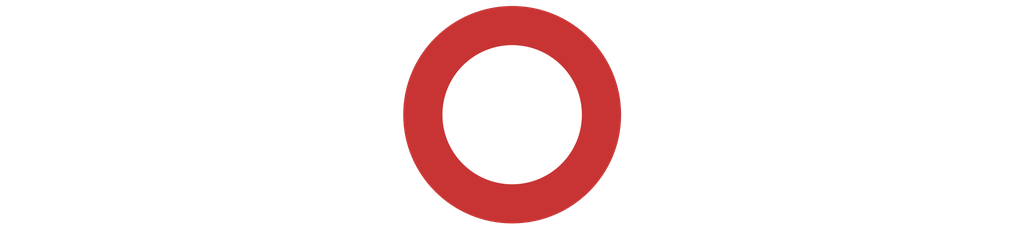
<source format=kicad_pcb>
(kicad_pcb (version 20240108) (generator pcbnew)
  (layers (0 "F.Cu" signal) (31 "B.Cu" signal) (34 "B.Paste" user) (35 "F.Paste" user) (36 "B.SilkS" user "B.Silkscreen") (37 "F.SilkS" user "F.Silkscreen") (38 "B.Mask" user) (39 "F.Mask" user) (44 "Edge.Cuts" user))
  (net 0 "")
  (footprint "MountingHole_6.4mm_M6_ISO14580_Pad_TopOnly" (layer "F.Cu") (at 0 0)
    (property "Reference" "REF**")
    (property "Value" "MountingHole_6.4mm_M6_ISO14580_Pad_TopOnly")
    (pad "1" thru_hole circle (at 0 0) (size 6.8 6.8) (drill 6.4) (layers *.Cu *.Mask) (remove_unused_layers))
    (pad "1" connect circle (at 0 0) (size 10 10) (layers "F.Cu" "F.Mask"))
  )
)
</source>
